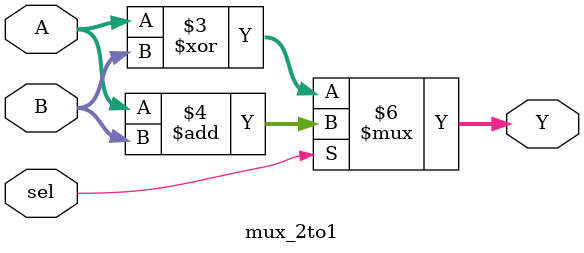
<source format=v>
module mux_2to1(Y, A, B, sel);
   output [1:0] Y;
   input [1:0]  A, B;
   input 	 sel;
   reg [1:0] 	 Y;
   always @(A or B or sel)
     if (sel == 1'b0)
       Y = A ^ B;
     else
       Y = A + B;
endmodule

</source>
